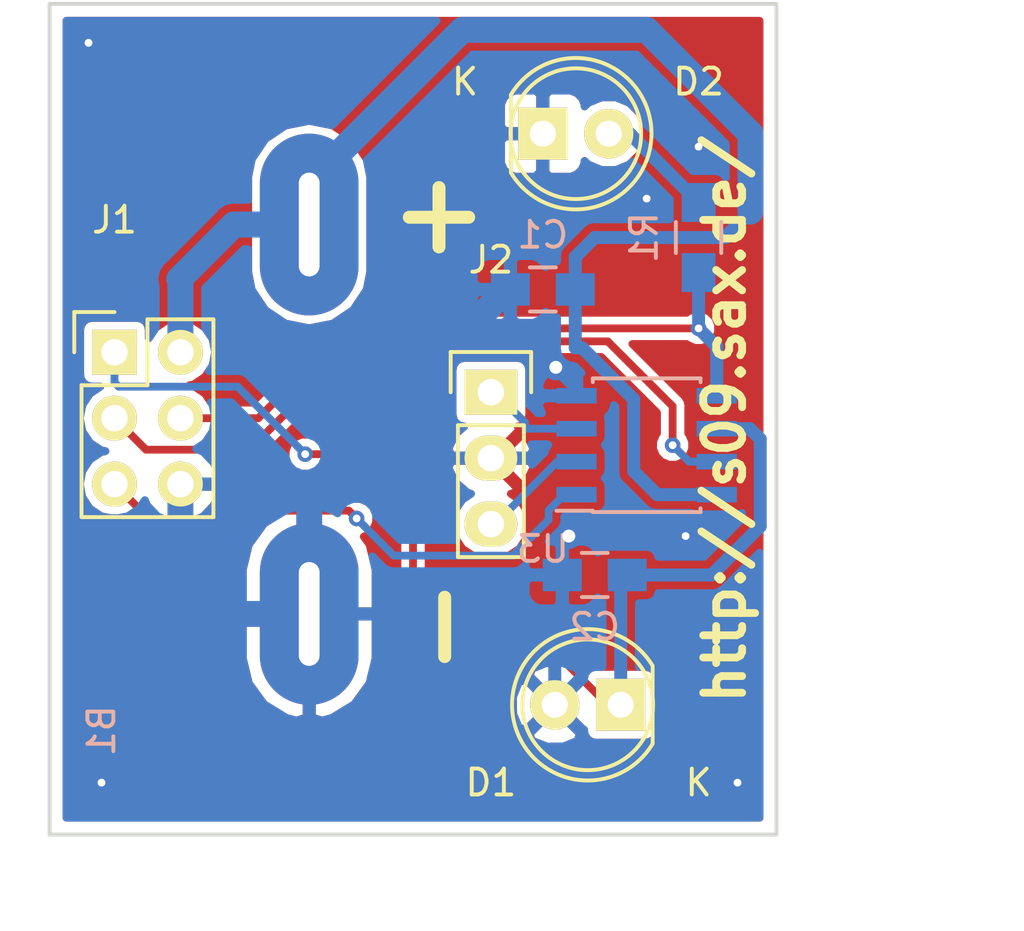
<source format=kicad_pcb>
(kicad_pcb (version 20171130) (host pcbnew 5.0.2)

  (general
    (thickness 1.6)
    (drawings 13)
    (tracks 117)
    (zones 0)
    (modules 9)
    (nets 10)
  )

  (page A4)
  (layers
    (0 F.Cu signal)
    (31 B.Cu signal)
    (32 B.Adhes user)
    (33 F.Adhes user)
    (34 B.Paste user)
    (35 F.Paste user)
    (36 B.SilkS user)
    (37 F.SilkS user)
    (38 B.Mask user)
    (39 F.Mask user)
    (40 Dwgs.User user)
    (41 Cmts.User user)
    (42 Eco1.User user)
    (43 Eco2.User user)
    (44 Edge.Cuts user)
    (45 Margin user)
    (46 B.CrtYd user)
    (47 F.CrtYd user)
    (48 B.Fab user)
    (49 F.Fab user)
  )

  (setup
    (last_trace_width 0.3)
    (user_trace_width 0.3)
    (user_trace_width 0.5)
    (user_trace_width 1)
    (trace_clearance 0.3)
    (zone_clearance 0.3)
    (zone_45_only no)
    (trace_min 0.3)
    (segment_width 0.2)
    (edge_width 0.15)
    (via_size 1)
    (via_drill 0.5)
    (via_min_size 0.6)
    (via_min_drill 0.3)
    (user_via 0.6 0.3)
    (user_via 1 0.5)
    (uvia_size 0.3)
    (uvia_drill 0.1)
    (uvias_allowed no)
    (uvia_min_size 0.2)
    (uvia_min_drill 0.1)
    (pcb_text_width 0.3)
    (pcb_text_size 1.5 1.5)
    (mod_edge_width 0.15)
    (mod_text_size 1 1)
    (mod_text_width 0.15)
    (pad_size 1.524 1.524)
    (pad_drill 0.762)
    (pad_to_mask_clearance 0.051)
    (solder_mask_min_width 0.25)
    (aux_axis_origin 0 0)
    (visible_elements FFFDEF7F)
    (pcbplotparams
      (layerselection 0x010fc_ffffffff)
      (usegerberextensions false)
      (usegerberattributes false)
      (usegerberadvancedattributes false)
      (creategerberjobfile false)
      (excludeedgelayer true)
      (linewidth 0.100000)
      (plotframeref false)
      (viasonmask false)
      (mode 1)
      (useauxorigin false)
      (hpglpennumber 1)
      (hpglpenspeed 20)
      (hpglpendiameter 15.000000)
      (psnegative false)
      (psa4output false)
      (plotreference true)
      (plotvalue true)
      (plotinvisibletext false)
      (padsonsilk false)
      (subtractmaskfromsilk false)
      (outputformat 1)
      (mirror false)
      (drillshape 0)
      (scaleselection 1)
      (outputdirectory "cam"))
  )

  (net 0 "")
  (net 1 GND)
  (net 2 "Net-(C2-Pad1)")
  (net 3 "Net-(D2-Pad2)")
  (net 4 /Vcc)
  (net 5 "Net-(J1-Pad3)")
  (net 6 "Net-(J1-Pad4)")
  (net 7 "Net-(J1-Pad5)")
  (net 8 "Net-(J2-Pad1)")
  (net 9 "Net-(J2-Pad3)")

  (net_class Default "This is the default net class."
    (clearance 0.3)
    (trace_width 0.5)
    (via_dia 1)
    (via_drill 0.5)
    (uvia_dia 0.3)
    (uvia_drill 0.1)
    (diff_pair_gap 0.3)
    (diff_pair_width 0.3)
    (add_net /Vcc)
    (add_net GND)
  )

  (net_class Small ""
    (clearance 0.2)
    (trace_width 0.3)
    (via_dia 0.6)
    (via_drill 0.3)
    (uvia_dia 0.3)
    (uvia_drill 0.1)
    (diff_pair_gap 0.3)
    (diff_pair_width 0.3)
    (add_net "Net-(C2-Pad1)")
    (add_net "Net-(D2-Pad2)")
    (add_net "Net-(J1-Pad3)")
    (add_net "Net-(J1-Pad4)")
    (add_net "Net-(J1-Pad5)")
    (add_net "Net-(J2-Pad1)")
    (add_net "Net-(J2-Pad3)")
  )

  (module Capacitors_SMD:C_0805_HandSoldering (layer B.Cu) (tedit 541A9B8D) (tstamp 5DBE1BD1)
    (at 142 98 180)
    (descr "Capacitor SMD 0805, hand soldering")
    (tags "capacitor 0805")
    (path /5DBCC0AA)
    (attr smd)
    (fp_text reference C1 (at 0 2.1 180) (layer B.SilkS)
      (effects (font (size 1 1) (thickness 0.15)) (justify mirror))
    )
    (fp_text value "100 nF" (at 0 -2.1 180) (layer B.Fab)
      (effects (font (size 1 1) (thickness 0.15)) (justify mirror))
    )
    (fp_line (start -2.3 1) (end 2.3 1) (layer B.CrtYd) (width 0.05))
    (fp_line (start -2.3 -1) (end 2.3 -1) (layer B.CrtYd) (width 0.05))
    (fp_line (start -2.3 1) (end -2.3 -1) (layer B.CrtYd) (width 0.05))
    (fp_line (start 2.3 1) (end 2.3 -1) (layer B.CrtYd) (width 0.05))
    (fp_line (start 0.5 0.85) (end -0.5 0.85) (layer B.SilkS) (width 0.15))
    (fp_line (start -0.5 -0.85) (end 0.5 -0.85) (layer B.SilkS) (width 0.15))
    (pad 1 smd rect (at -1.25 0 180) (size 1.5 1.25) (layers B.Cu B.Paste B.Mask)
      (net 4 /Vcc))
    (pad 2 smd rect (at 1.25 0 180) (size 1.5 1.25) (layers B.Cu B.Paste B.Mask)
      (net 1 GND))
    (model Capacitors_SMD.3dshapes/C_0805_HandSoldering.wrl
      (at (xyz 0 0 0))
      (scale (xyz 1 1 1))
      (rotate (xyz 0 0 0))
    )
  )

  (module Capacitors_SMD:C_0805_HandSoldering (layer B.Cu) (tedit 5DBE0D37) (tstamp 5DBE19B5)
    (at 144 109 180)
    (descr "Capacitor SMD 0805, hand soldering")
    (tags "capacitor 0805")
    (path /5DBCC1DF)
    (attr smd)
    (fp_text reference C2 (at 0 -2 180) (layer B.SilkS)
      (effects (font (size 1 1) (thickness 0.15)) (justify mirror))
    )
    (fp_text value "100 nF" (at 0 -2.1 180) (layer B.Fab)
      (effects (font (size 1 1) (thickness 0.15)) (justify mirror))
    )
    (fp_line (start -0.5 -0.85) (end 0.5 -0.85) (layer B.SilkS) (width 0.15))
    (fp_line (start 0.5 0.85) (end -0.5 0.85) (layer B.SilkS) (width 0.15))
    (fp_line (start 2.3 1) (end 2.3 -1) (layer B.CrtYd) (width 0.05))
    (fp_line (start -2.3 1) (end -2.3 -1) (layer B.CrtYd) (width 0.05))
    (fp_line (start -2.3 -1) (end 2.3 -1) (layer B.CrtYd) (width 0.05))
    (fp_line (start -2.3 1) (end 2.3 1) (layer B.CrtYd) (width 0.05))
    (pad 2 smd rect (at 1.25 0 180) (size 1.5 1.25) (layers B.Cu B.Paste B.Mask)
      (net 1 GND))
    (pad 1 smd rect (at -1.25 0 180) (size 1.5 1.25) (layers B.Cu B.Paste B.Mask)
      (net 2 "Net-(C2-Pad1)"))
    (model Capacitors_SMD.3dshapes/C_0805_HandSoldering.wrl
      (at (xyz 0 0 0))
      (scale (xyz 1 1 1))
      (rotate (xyz 0 0 0))
    )
  )

  (module LEDs:LED-5MM (layer F.Cu) (tedit 5570F7EA) (tstamp 5DBE1CC4)
    (at 145 114 180)
    (descr "LED 5mm round vertical")
    (tags "LED 5mm round vertical")
    (path /5DBCC2B5)
    (fp_text reference D1 (at 5 -3 180) (layer F.SilkS)
      (effects (font (size 1 1) (thickness 0.15)))
    )
    (fp_text value PD333-3C/H0/L2 (at 1.524 -3.937 180) (layer F.Fab)
      (effects (font (size 1 1) (thickness 0.15)))
    )
    (fp_line (start -1.5 -1.55) (end -1.5 1.55) (layer F.CrtYd) (width 0.05))
    (fp_arc (start 1.3 0) (end -1.5 1.55) (angle -302) (layer F.CrtYd) (width 0.05))
    (fp_arc (start 1.27 0) (end -1.23 -1.5) (angle 297.5) (layer F.SilkS) (width 0.15))
    (fp_line (start -1.23 1.5) (end -1.23 -1.5) (layer F.SilkS) (width 0.15))
    (fp_circle (center 1.27 0) (end 0.97 -2.5) (layer F.SilkS) (width 0.15))
    (fp_text user K (at -3 -3 180) (layer F.SilkS)
      (effects (font (size 1 1) (thickness 0.15)))
    )
    (pad 1 thru_hole rect (at 0 0 270) (size 2 1.9) (drill 1.00076) (layers *.Cu *.Mask F.SilkS)
      (net 2 "Net-(C2-Pad1)"))
    (pad 2 thru_hole circle (at 2.54 0 180) (size 1.9 1.9) (drill 1.00076) (layers *.Cu *.Mask F.SilkS)
      (net 1 GND))
    (model LEDs.3dshapes/LED-5MM.wrl
      (offset (xyz 1.269999980926514 0 0))
      (scale (xyz 1 1 1))
      (rotate (xyz 0 0 90))
    )
  )

  (module LEDs:LED-5MM (layer F.Cu) (tedit 5570F7EA) (tstamp 5DBE19CD)
    (at 142 92)
    (descr "LED 5mm round vertical")
    (tags "LED 5mm round vertical")
    (path /5DBCC355)
    (fp_text reference D2 (at 6 -2) (layer F.SilkS)
      (effects (font (size 1 1) (thickness 0.15)))
    )
    (fp_text value LED (at 1.524 -3.937) (layer F.Fab)
      (effects (font (size 1 1) (thickness 0.15)))
    )
    (fp_text user K (at -3 -2) (layer F.SilkS)
      (effects (font (size 1 1) (thickness 0.15)))
    )
    (fp_circle (center 1.27 0) (end 0.97 -2.5) (layer F.SilkS) (width 0.15))
    (fp_line (start -1.23 1.5) (end -1.23 -1.5) (layer F.SilkS) (width 0.15))
    (fp_arc (start 1.27 0) (end -1.23 -1.5) (angle 297.5) (layer F.SilkS) (width 0.15))
    (fp_arc (start 1.3 0) (end -1.5 1.55) (angle -302) (layer F.CrtYd) (width 0.05))
    (fp_line (start -1.5 -1.55) (end -1.5 1.55) (layer F.CrtYd) (width 0.05))
    (pad 2 thru_hole circle (at 2.54 0) (size 1.9 1.9) (drill 1.00076) (layers *.Cu *.Mask F.SilkS)
      (net 3 "Net-(D2-Pad2)"))
    (pad 1 thru_hole rect (at 0 0 90) (size 2 1.9) (drill 1.00076) (layers *.Cu *.Mask F.SilkS)
      (net 1 GND))
    (model LEDs.3dshapes/LED-5MM.wrl
      (offset (xyz 1.269999980926514 0 0))
      (scale (xyz 1 1 1))
      (rotate (xyz 0 0 90))
    )
  )

  (module Resistors_SMD:R_0805_HandSoldering (layer B.Cu) (tedit 54189DEE) (tstamp 5DBE1D01)
    (at 148 96 270)
    (descr "Resistor SMD 0805, hand soldering")
    (tags "resistor 0805")
    (path /5DBD8D80)
    (attr smd)
    (fp_text reference R1 (at 0 2.1 270) (layer B.SilkS)
      (effects (font (size 1 1) (thickness 0.15)) (justify mirror))
    )
    (fp_text value "100 Ω" (at 0 -2.1 270) (layer B.Fab)
      (effects (font (size 1 1) (thickness 0.15)) (justify mirror))
    )
    (fp_line (start -2.4 1) (end 2.4 1) (layer B.CrtYd) (width 0.05))
    (fp_line (start -2.4 -1) (end 2.4 -1) (layer B.CrtYd) (width 0.05))
    (fp_line (start -2.4 1) (end -2.4 -1) (layer B.CrtYd) (width 0.05))
    (fp_line (start 2.4 1) (end 2.4 -1) (layer B.CrtYd) (width 0.05))
    (fp_line (start 0.6 -0.875) (end -0.6 -0.875) (layer B.SilkS) (width 0.15))
    (fp_line (start -0.6 0.875) (end 0.6 0.875) (layer B.SilkS) (width 0.15))
    (pad 1 smd rect (at -1.35 0 270) (size 1.5 1.3) (layers B.Cu B.Paste B.Mask)
      (net 3 "Net-(D2-Pad2)"))
    (pad 2 smd rect (at 1.35 0 270) (size 1.5 1.3) (layers B.Cu B.Paste B.Mask)
      (net 6 "Net-(J1-Pad4)"))
    (model Resistors_SMD.3dshapes/R_0805_HandSoldering.wrl
      (at (xyz 0 0 0))
      (scale (xyz 1 1 1))
      (rotate (xyz 0 0 0))
    )
  )

  (module Package_SO:SOIC-8_3.9x4.9mm_P1.27mm (layer B.Cu) (tedit 5A02F2D3) (tstamp 5DC30163)
    (at 146 104)
    (descr "8-Lead Plastic Small Outline (SN) - Narrow, 3.90 mm Body [SOIC] (see Microchip Packaging Specification http://ww1.microchip.com/downloads/en/PackagingSpec/00000049BQ.pdf)")
    (tags "SOIC 1.27")
    (path /5DBCBFF2)
    (attr smd)
    (fp_text reference U3 (at -4 4) (layer B.SilkS)
      (effects (font (size 1 1) (thickness 0.15)) (justify mirror))
    )
    (fp_text value ATtiny13A-SSU (at 0 -3.5) (layer B.Fab)
      (effects (font (size 1 1) (thickness 0.15)) (justify mirror))
    )
    (fp_text user %R (at 0 0) (layer B.Fab)
      (effects (font (size 1 1) (thickness 0.15)) (justify mirror))
    )
    (fp_line (start -0.95 2.45) (end 1.95 2.45) (layer B.Fab) (width 0.1))
    (fp_line (start 1.95 2.45) (end 1.95 -2.45) (layer B.Fab) (width 0.1))
    (fp_line (start 1.95 -2.45) (end -1.95 -2.45) (layer B.Fab) (width 0.1))
    (fp_line (start -1.95 -2.45) (end -1.95 1.45) (layer B.Fab) (width 0.1))
    (fp_line (start -1.95 1.45) (end -0.95 2.45) (layer B.Fab) (width 0.1))
    (fp_line (start -3.73 2.7) (end -3.73 -2.7) (layer B.CrtYd) (width 0.05))
    (fp_line (start 3.73 2.7) (end 3.73 -2.7) (layer B.CrtYd) (width 0.05))
    (fp_line (start -3.73 2.7) (end 3.73 2.7) (layer B.CrtYd) (width 0.05))
    (fp_line (start -3.73 -2.7) (end 3.73 -2.7) (layer B.CrtYd) (width 0.05))
    (fp_line (start -2.075 2.575) (end -2.075 2.525) (layer B.SilkS) (width 0.15))
    (fp_line (start 2.075 2.575) (end 2.075 2.43) (layer B.SilkS) (width 0.15))
    (fp_line (start 2.075 -2.575) (end 2.075 -2.43) (layer B.SilkS) (width 0.15))
    (fp_line (start -2.075 -2.575) (end -2.075 -2.43) (layer B.SilkS) (width 0.15))
    (fp_line (start -2.075 2.575) (end 2.075 2.575) (layer B.SilkS) (width 0.15))
    (fp_line (start -2.075 -2.575) (end 2.075 -2.575) (layer B.SilkS) (width 0.15))
    (fp_line (start -2.075 2.525) (end -3.475 2.525) (layer B.SilkS) (width 0.15))
    (pad 1 smd rect (at -2.7 1.905) (size 1.55 0.6) (layers B.Cu B.Paste B.Mask)
      (net 7 "Net-(J1-Pad5)"))
    (pad 2 smd rect (at -2.7 0.635) (size 1.55 0.6) (layers B.Cu B.Paste B.Mask)
      (net 9 "Net-(J2-Pad3)"))
    (pad 3 smd rect (at -2.7 -0.635) (size 1.55 0.6) (layers B.Cu B.Paste B.Mask)
      (net 8 "Net-(J2-Pad1)"))
    (pad 4 smd rect (at -2.7 -1.905) (size 1.55 0.6) (layers B.Cu B.Paste B.Mask)
      (net 1 GND))
    (pad 5 smd rect (at 2.7 -1.905) (size 1.55 0.6) (layers B.Cu B.Paste B.Mask)
      (net 6 "Net-(J1-Pad4)"))
    (pad 6 smd rect (at 2.7 -0.635) (size 1.55 0.6) (layers B.Cu B.Paste B.Mask)
      (net 2 "Net-(C2-Pad1)"))
    (pad 7 smd rect (at 2.7 0.635) (size 1.55 0.6) (layers B.Cu B.Paste B.Mask)
      (net 5 "Net-(J1-Pad3)"))
    (pad 8 smd rect (at 2.7 1.905) (size 1.55 0.6) (layers B.Cu B.Paste B.Mask)
      (net 4 /Vcc))
    (model ${KISYS3DMOD}/Package_SO.3dshapes/SOIC-8_3.9x4.9mm_P1.27mm.wrl
      (at (xyz 0 0 0))
      (scale (xyz 1 1 1))
      (rotate (xyz 0 0 0))
    )
  )

  (module Battery:2xAA-standing (layer B.Cu) (tedit 5DBEA0AE) (tstamp 5DC09CDC)
    (at 133 103 90)
    (path /5DBEA2E0)
    (fp_text reference B1 (at -12 -8 90) (layer B.SilkS)
      (effects (font (size 1 1) (thickness 0.15)) (justify mirror))
    )
    (fp_text value 2xAA (at 0 -2 90) (layer B.Fab)
      (effects (font (size 1 1) (thickness 0.15)) (justify mirror))
    )
    (fp_line (start -16 5) (end 16 5) (layer B.CrtYd) (width 0.15))
    (fp_line (start 16 5) (end 16 -10) (layer B.CrtYd) (width 0.15))
    (fp_line (start 16 -10) (end -16 -10) (layer B.CrtYd) (width 0.15))
    (fp_line (start -16 -10) (end -16 5) (layer B.CrtYd) (width 0.15))
    (pad - thru_hole oval (at -7.5 0 90) (size 7 3.8) (drill oval 4 0.8) (layers *.Cu *.Mask)
      (net 1 GND))
    (pad + thru_hole oval (at 7.5 0 90) (size 7 3.8) (drill oval 4 0.8) (layers *.Cu *.Mask)
      (net 4 /Vcc))
  )

  (module Pin_Headers:Pin_Header_Straight_2x03 (layer F.Cu) (tedit 54EA0A4B) (tstamp 5DC2FECD)
    (at 125.5 100.42)
    (descr "Through hole pin header")
    (tags "pin header")
    (path /5DBF5223)
    (fp_text reference J1 (at 0 -5.1) (layer F.SilkS)
      (effects (font (size 1 1) (thickness 0.15)))
    )
    (fp_text value AVR-ISP-6 (at 0 -3.1) (layer F.Fab)
      (effects (font (size 1 1) (thickness 0.15)))
    )
    (fp_line (start -1.27 1.27) (end -1.27 6.35) (layer F.SilkS) (width 0.15))
    (fp_line (start -1.55 -1.55) (end 0 -1.55) (layer F.SilkS) (width 0.15))
    (fp_line (start -1.75 -1.75) (end -1.75 6.85) (layer F.CrtYd) (width 0.05))
    (fp_line (start 4.3 -1.75) (end 4.3 6.85) (layer F.CrtYd) (width 0.05))
    (fp_line (start -1.75 -1.75) (end 4.3 -1.75) (layer F.CrtYd) (width 0.05))
    (fp_line (start -1.75 6.85) (end 4.3 6.85) (layer F.CrtYd) (width 0.05))
    (fp_line (start 1.27 -1.27) (end 1.27 1.27) (layer F.SilkS) (width 0.15))
    (fp_line (start 1.27 1.27) (end -1.27 1.27) (layer F.SilkS) (width 0.15))
    (fp_line (start -1.27 6.35) (end 3.81 6.35) (layer F.SilkS) (width 0.15))
    (fp_line (start 3.81 6.35) (end 3.81 1.27) (layer F.SilkS) (width 0.15))
    (fp_line (start -1.55 -1.55) (end -1.55 0) (layer F.SilkS) (width 0.15))
    (fp_line (start 3.81 -1.27) (end 1.27 -1.27) (layer F.SilkS) (width 0.15))
    (fp_line (start 3.81 1.27) (end 3.81 -1.27) (layer F.SilkS) (width 0.15))
    (pad 1 thru_hole rect (at 0 0) (size 1.7272 1.7272) (drill 1.016) (layers *.Cu *.Mask F.SilkS)
      (net 2 "Net-(C2-Pad1)"))
    (pad 2 thru_hole oval (at 2.54 0) (size 1.7272 1.7272) (drill 1.016) (layers *.Cu *.Mask F.SilkS)
      (net 4 /Vcc))
    (pad 3 thru_hole oval (at 0 2.54) (size 1.7272 1.7272) (drill 1.016) (layers *.Cu *.Mask F.SilkS)
      (net 5 "Net-(J1-Pad3)"))
    (pad 4 thru_hole oval (at 2.54 2.54) (size 1.7272 1.7272) (drill 1.016) (layers *.Cu *.Mask F.SilkS)
      (net 6 "Net-(J1-Pad4)"))
    (pad 5 thru_hole oval (at 0 5.08) (size 1.7272 1.7272) (drill 1.016) (layers *.Cu *.Mask F.SilkS)
      (net 7 "Net-(J1-Pad5)"))
    (pad 6 thru_hole oval (at 2.54 5.08) (size 1.7272 1.7272) (drill 1.016) (layers *.Cu *.Mask F.SilkS)
      (net 1 GND))
    (model Pin_Headers.3dshapes/Pin_Header_Straight_2x03.wrl
      (offset (xyz 1.269999980926514 -2.539999961853027 0))
      (scale (xyz 1 1 1))
      (rotate (xyz 0 0 90))
    )
  )

  (module Pin_Headers:Pin_Header_Straight_1x03 (layer F.Cu) (tedit 0) (tstamp 5DC2FEDF)
    (at 140 101.96)
    (descr "Through hole pin header")
    (tags "pin header")
    (path /5DBF52E2)
    (fp_text reference J2 (at 0 -5.1) (layer F.SilkS)
      (effects (font (size 1 1) (thickness 0.15)))
    )
    (fp_text value "Pin 1x3" (at 0 -3.1) (layer F.Fab)
      (effects (font (size 1 1) (thickness 0.15)))
    )
    (fp_line (start -1.75 -1.75) (end -1.75 6.85) (layer F.CrtYd) (width 0.05))
    (fp_line (start 1.75 -1.75) (end 1.75 6.85) (layer F.CrtYd) (width 0.05))
    (fp_line (start -1.75 -1.75) (end 1.75 -1.75) (layer F.CrtYd) (width 0.05))
    (fp_line (start -1.75 6.85) (end 1.75 6.85) (layer F.CrtYd) (width 0.05))
    (fp_line (start -1.27 1.27) (end -1.27 6.35) (layer F.SilkS) (width 0.15))
    (fp_line (start -1.27 6.35) (end 1.27 6.35) (layer F.SilkS) (width 0.15))
    (fp_line (start 1.27 6.35) (end 1.27 1.27) (layer F.SilkS) (width 0.15))
    (fp_line (start 1.55 -1.55) (end 1.55 0) (layer F.SilkS) (width 0.15))
    (fp_line (start 1.27 1.27) (end -1.27 1.27) (layer F.SilkS) (width 0.15))
    (fp_line (start -1.55 0) (end -1.55 -1.55) (layer F.SilkS) (width 0.15))
    (fp_line (start -1.55 -1.55) (end 1.55 -1.55) (layer F.SilkS) (width 0.15))
    (pad 1 thru_hole rect (at 0 0) (size 2.032 1.7272) (drill 1.016) (layers *.Cu *.Mask F.SilkS)
      (net 8 "Net-(J2-Pad1)"))
    (pad 2 thru_hole oval (at 0 2.54) (size 2.032 1.7272) (drill 1.016) (layers *.Cu *.Mask F.SilkS)
      (net 1 GND))
    (pad 3 thru_hole oval (at 0 5.08) (size 2.032 1.7272) (drill 1.016) (layers *.Cu *.Mask F.SilkS)
      (net 9 "Net-(J2-Pad3)"))
    (model Pin_Headers.3dshapes/Pin_Header_Straight_1x03.wrl
      (offset (xyz 0 -2.539999961853027 0))
      (scale (xyz 1 1 1))
      (rotate (xyz 0 0 90))
    )
  )

  (gr_text http://s09.sax.de/ (at 149 103 90) (layer F.SilkS)
    (effects (font (size 1.5 1.5) (thickness 0.3)))
  )
  (gr_text - (at 138 111 90) (layer F.SilkS)
    (effects (font (size 3 3) (thickness 0.5)))
  )
  (gr_text + (at 138 95) (layer F.SilkS)
    (effects (font (size 3 3) (thickness 0.5)))
  )
  (gr_line (start 123 87) (end 123 119) (layer Edge.Cuts) (width 0.15))
  (gr_line (start 151 87) (end 123 87) (layer Edge.Cuts) (width 0.15))
  (gr_line (start 151 119) (end 151 87) (layer Edge.Cuts) (width 0.15))
  (gr_line (start 123 119) (end 151 119) (layer Edge.Cuts) (width 0.15))
  (dimension 28 (width 0.3) (layer Dwgs.User)
    (gr_text "28.000 mm" (at 137 124.1) (layer Dwgs.User)
      (effects (font (size 1.5 1.5) (thickness 0.3)))
    )
    (feature1 (pts (xy 151 119) (xy 151 122.586421)))
    (feature2 (pts (xy 123 119) (xy 123 122.586421)))
    (crossbar (pts (xy 123 122) (xy 151 122)))
    (arrow1a (pts (xy 151 122) (xy 149.873496 122.586421)))
    (arrow1b (pts (xy 151 122) (xy 149.873496 121.413579)))
    (arrow2a (pts (xy 123 122) (xy 124.126504 122.586421)))
    (arrow2b (pts (xy 123 122) (xy 124.126504 121.413579)))
  )
  (dimension 32 (width 0.3) (layer Dwgs.User)
    (gr_text "32.000 mm" (at 158.6 103 270) (layer Dwgs.User)
      (effects (font (size 1.5 1.5) (thickness 0.3)))
    )
    (feature1 (pts (xy 151 119) (xy 157.086421 119)))
    (feature2 (pts (xy 151 87) (xy 157.086421 87)))
    (crossbar (pts (xy 156.5 87) (xy 156.5 119)))
    (arrow1a (pts (xy 156.5 119) (xy 155.913579 117.873496)))
    (arrow1b (pts (xy 156.5 119) (xy 157.086421 117.873496)))
    (arrow2a (pts (xy 156.5 87) (xy 155.913579 88.126504)))
    (arrow2b (pts (xy 156.5 87) (xy 157.086421 88.126504)))
  )
  (gr_line (start 123 119) (end 123 87) (layer Margin) (width 0.2))
  (gr_line (start 151 119) (end 123 119) (layer Margin) (width 0.2))
  (gr_line (start 151 87) (end 151 119) (layer Margin) (width 0.2))
  (gr_line (start 123 87) (end 151 87) (layer Margin) (width 0.2))

  (segment (start 142 92) (end 142 93.5) (width 0.5) (layer B.Cu) (net 1))
  (segment (start 142 93.5) (end 140.75 94.75) (width 0.5) (layer B.Cu) (net 1))
  (segment (start 142.46 111.29) (end 142.75 111) (width 0.5) (layer B.Cu) (net 1))
  (segment (start 142.75 111) (end 142.75 109) (width 0.5) (layer B.Cu) (net 1))
  (segment (start 142.46 111.29) (end 142.46 114) (width 0.5) (layer B.Cu) (net 1))
  (segment (start 140.75 94.75) (end 140.75 98) (width 0.5) (layer B.Cu) (net 1))
  (segment (start 145.35 92) (end 148 94.65) (width 0.5) (layer B.Cu) (net 3))
  (segment (start 144.54 92) (end 145.35 92) (width 0.5) (layer B.Cu) (net 3))
  (segment (start 144 96) (end 143.25 96.75) (width 0.5) (layer B.Cu) (net 4))
  (segment (start 149.040002 96) (end 144 96) (width 0.5) (layer B.Cu) (net 4))
  (segment (start 143.25 96.75) (end 143.25 98) (width 0.5) (layer B.Cu) (net 4))
  (segment (start 133 110.5) (end 133 112) (width 1) (layer B.Cu) (net 1))
  (segment (start 130.1 110.5) (end 133 110.5) (width 1) (layer B.Cu) (net 1))
  (segment (start 128.04 108.44) (end 130.1 110.5) (width 1) (layer B.Cu) (net 1))
  (segment (start 128.04 105.5) (end 128.04 108.44) (width 1) (layer B.Cu) (net 1))
  (via (at 142.5 101) (size 1) (drill 0.5) (layers F.Cu B.Cu) (net 1))
  (segment (start 143.3 101.8) (end 142.5 101) (width 0.5) (layer B.Cu) (net 1))
  (segment (start 143.3 102.095) (end 143.3 101.8) (width 0.5) (layer B.Cu) (net 1))
  (segment (start 142.5 101) (end 142 101.5) (width 0.5) (layer F.Cu) (net 1))
  (segment (start 140.1524 104.5) (end 140 104.5) (width 0.5) (layer F.Cu) (net 1))
  (segment (start 142 102.6524) (end 140.1524 104.5) (width 0.5) (layer F.Cu) (net 1))
  (segment (start 142 101.5) (end 142 102.6524) (width 0.5) (layer F.Cu) (net 1))
  (segment (start 140.75 99.25) (end 142.5 101) (width 0.5) (layer B.Cu) (net 1))
  (segment (start 140.75 98) (end 140.75 99.25) (width 0.5) (layer B.Cu) (net 1))
  (segment (start 139 99.843518) (end 139 99.625) (width 1) (layer B.Cu) (net 1))
  (segment (start 140.625 98) (end 140.75 98) (width 1) (layer B.Cu) (net 1))
  (segment (start 133 110.5) (end 133 105.843518) (width 1) (layer B.Cu) (net 1))
  (segment (start 133 105.843518) (end 139 99.843518) (width 1) (layer B.Cu) (net 1))
  (segment (start 139 99.625) (end 140.625 98) (width 1) (layer B.Cu) (net 1))
  (via (at 143 107.5) (size 1) (drill 0.5) (layers F.Cu B.Cu) (net 1))
  (segment (start 142.75 109) (end 142.75 107.75) (width 0.5) (layer B.Cu) (net 1))
  (segment (start 142.75 107.75) (end 143 107.5) (width 0.5) (layer B.Cu) (net 1))
  (segment (start 143 107.5) (end 140 104.5) (width 0.5) (layer F.Cu) (net 1))
  (via (at 147.5 107.5) (size 0.6) (drill 0.3) (layers F.Cu B.Cu) (net 1))
  (via (at 149.5 117) (size 0.6) (drill 0.3) (layers F.Cu B.Cu) (net 1))
  (via (at 125 117) (size 0.6) (drill 0.3) (layers F.Cu B.Cu) (net 1))
  (via (at 124.5 88.5) (size 0.6) (drill 0.3) (layers F.Cu B.Cu) (net 1))
  (via (at 148 92.5) (size 0.6) (drill 0.3) (layers F.Cu B.Cu) (net 1))
  (via (at 146 94.5) (size 0.6) (drill 0.3) (layers F.Cu B.Cu) (net 1))
  (segment (start 145 112) (end 145 114) (width 0.5) (layer B.Cu) (net 2))
  (segment (start 145 109.25) (end 145 112) (width 0.5) (layer B.Cu) (net 2))
  (segment (start 145.25 109) (end 145 109.25) (width 0.5) (layer B.Cu) (net 2))
  (segment (start 150.37499 103.76499) (end 149.975 103.365) (width 0.5) (layer B.Cu) (net 2))
  (segment (start 148.5 109) (end 150.37499 107.12501) (width 0.5) (layer B.Cu) (net 2))
  (segment (start 149.975 103.365) (end 148.7 103.365) (width 0.5) (layer B.Cu) (net 2))
  (segment (start 150.37499 107.12501) (end 150.37499 103.76499) (width 0.5) (layer B.Cu) (net 2))
  (segment (start 145.25 109) (end 148.5 109) (width 0.5) (layer B.Cu) (net 2))
  (via (at 132.845192 104.345202) (size 0.6) (drill 0.3) (layers F.Cu B.Cu) (net 2))
  (segment (start 125.5 101.5836) (end 125.662799 101.746399) (width 0.3) (layer B.Cu) (net 2))
  (segment (start 125.5 100.42) (end 125.5 101.5836) (width 0.3) (layer B.Cu) (net 2))
  (segment (start 125.662799 101.746399) (end 130.246389 101.746399) (width 0.3) (layer B.Cu) (net 2))
  (segment (start 130.246389 101.746399) (end 132.545193 104.045203) (width 0.3) (layer B.Cu) (net 2))
  (segment (start 132.545193 104.045203) (end 132.845192 104.345202) (width 0.3) (layer B.Cu) (net 2))
  (segment (start 137 106) (end 135.345202 104.345202) (width 0.3) (layer F.Cu) (net 2))
  (segment (start 138 110) (end 137 109) (width 0.3) (layer F.Cu) (net 2))
  (segment (start 140.5 110) (end 138 110) (width 0.3) (layer F.Cu) (net 2))
  (segment (start 137 109) (end 137 106) (width 0.3) (layer F.Cu) (net 2))
  (segment (start 135.345202 104.345202) (end 132.845192 104.345202) (width 0.3) (layer F.Cu) (net 2))
  (segment (start 144.5 114) (end 140.5 110) (width 0.3) (layer F.Cu) (net 2))
  (segment (start 145 114) (end 144.5 114) (width 0.3) (layer F.Cu) (net 2))
  (segment (start 148 99.5) (end 148 97.35) (width 0.5) (layer B.Cu) (net 6))
  (segment (start 133 93.9) (end 138.9 88) (width 1) (layer B.Cu) (net 4))
  (segment (start 133 95.5) (end 133 93.9) (width 1) (layer B.Cu) (net 4))
  (segment (start 138.9 88) (end 146 88) (width 1) (layer B.Cu) (net 4))
  (segment (start 146 88) (end 150 92) (width 1) (layer B.Cu) (net 4))
  (segment (start 150 92) (end 150 95) (width 1) (layer B.Cu) (net 4))
  (segment (start 149.040002 95.959998) (end 150 95) (width 0.5) (layer B.Cu) (net 4))
  (segment (start 143.25 98) (end 143.25 100.25) (width 0.5) (layer B.Cu) (net 4))
  (segment (start 130.1 95.5) (end 128 97.6) (width 1) (layer B.Cu) (net 4))
  (segment (start 133 95.5) (end 130.1 95.5) (width 1) (layer B.Cu) (net 4))
  (segment (start 128.04 97.64) (end 128.04 100.42) (width 1) (layer B.Cu) (net 4))
  (segment (start 128 97.6) (end 128.04 97.64) (width 1) (layer B.Cu) (net 4))
  (segment (start 148.7 105.905) (end 146.405 105.905) (width 0.5) (layer B.Cu) (net 4))
  (segment (start 146.405 105.905) (end 145.5 105) (width 0.5) (layer B.Cu) (net 4))
  (segment (start 145.5 102.229998) (end 143.520002 100.25) (width 0.5) (layer B.Cu) (net 4))
  (segment (start 143.520002 100.25) (end 143.25 100.25) (width 0.5) (layer B.Cu) (net 4))
  (segment (start 145.5 105) (end 145.5 102.229998) (width 0.5) (layer B.Cu) (net 4))
  (via (at 147 104) (size 0.6) (drill 0.3) (layers F.Cu B.Cu) (net 5))
  (segment (start 147.635 104.635) (end 148.7 104.635) (width 0.3) (layer B.Cu) (net 5))
  (segment (start 147 104) (end 147.635 104.635) (width 0.3) (layer B.Cu) (net 5))
  (segment (start 130.697539 104.173601) (end 126.713601 104.173601) (width 0.3) (layer F.Cu) (net 5))
  (segment (start 133.37114 101.5) (end 130.697539 104.173601) (width 0.3) (layer F.Cu) (net 5))
  (segment (start 126.713601 104.173601) (end 125.5 102.96) (width 0.3) (layer F.Cu) (net 5))
  (segment (start 137.5 100) (end 136 101.5) (width 0.3) (layer F.Cu) (net 5))
  (segment (start 147 104) (end 147 102.5) (width 0.3) (layer F.Cu) (net 5))
  (segment (start 144.5 100) (end 137.5 100) (width 0.3) (layer F.Cu) (net 5))
  (segment (start 147 102.5) (end 144.5 100) (width 0.3) (layer F.Cu) (net 5))
  (segment (start 136 101.5) (end 133.37114 101.5) (width 0.3) (layer F.Cu) (net 5))
  (segment (start 148.7 100.2) (end 148 99.5) (width 0.5) (layer B.Cu) (net 6))
  (segment (start 148.7 102.095) (end 148.7 100.2) (width 0.5) (layer B.Cu) (net 6))
  (via (at 148 99.5) (size 0.6) (drill 0.3) (layers F.Cu B.Cu) (net 6))
  (segment (start 135.5 101) (end 137 99.5) (width 0.3) (layer F.Cu) (net 6))
  (segment (start 133 101) (end 135.5 101) (width 0.3) (layer F.Cu) (net 6))
  (segment (start 131.04 102.96) (end 133 101) (width 0.3) (layer F.Cu) (net 6))
  (segment (start 137 99.5) (end 148 99.5) (width 0.3) (layer F.Cu) (net 6))
  (segment (start 128.04 102.96) (end 131.04 102.96) (width 0.3) (layer F.Cu) (net 6))
  (segment (start 134.527506 106.522506) (end 134.827505 106.822505) (width 0.3) (layer F.Cu) (net 7))
  (segment (start 130.477494 106.522506) (end 134.527506 106.522506) (width 0.3) (layer F.Cu) (net 7))
  (segment (start 143.3 105.905) (end 142.825 105.905) (width 0.3) (layer B.Cu) (net 7))
  (via (at 134.827505 106.822505) (size 0.6) (drill 0.3) (layers F.Cu B.Cu) (net 7))
  (segment (start 136.25861 108.25361) (end 135.127504 107.122504) (width 0.3) (layer B.Cu) (net 7))
  (segment (start 129.5 107.5) (end 130.477494 106.522506) (width 0.3) (layer F.Cu) (net 7))
  (segment (start 135.127504 107.122504) (end 134.827505 106.822505) (width 0.3) (layer B.Cu) (net 7))
  (segment (start 140.840386 108.25361) (end 136.25861 108.25361) (width 0.3) (layer B.Cu) (net 7))
  (segment (start 125.5 105.5) (end 127.5 107.5) (width 0.3) (layer F.Cu) (net 7))
  (segment (start 142.225 106.505) (end 142.225 106.868996) (width 0.3) (layer B.Cu) (net 7))
  (segment (start 127.5 107.5) (end 129.5 107.5) (width 0.3) (layer F.Cu) (net 7))
  (segment (start 142.825 105.905) (end 142.225 106.505) (width 0.3) (layer B.Cu) (net 7))
  (segment (start 142.225 106.868996) (end 140.840386 108.25361) (width 0.3) (layer B.Cu) (net 7))
  (segment (start 140.1524 101.96) (end 140 101.96) (width 0.3) (layer B.Cu) (net 8))
  (segment (start 141.316 103.1236) (end 140.1524 101.96) (width 0.3) (layer B.Cu) (net 8))
  (segment (start 141.316 103.276) (end 141.316 103.1236) (width 0.3) (layer B.Cu) (net 8))
  (segment (start 141.405 103.365) (end 141.316 103.276) (width 0.3) (layer B.Cu) (net 8))
  (segment (start 143.3 103.365) (end 141.405 103.365) (width 0.3) (layer B.Cu) (net 8))
  (segment (start 140.1524 107.04) (end 140 107.04) (width 0.3) (layer B.Cu) (net 9))
  (segment (start 142.5574 104.635) (end 140.1524 107.04) (width 0.3) (layer B.Cu) (net 9))
  (segment (start 143.3 104.635) (end 142.5574 104.635) (width 0.3) (layer B.Cu) (net 9))

  (zone (net 1) (net_name GND) (layer F.Cu) (tstamp 0) (hatch edge 0.508)
    (priority 1)
    (connect_pads (clearance 0.3))
    (min_thickness 0.3)
    (fill yes (arc_segments 16) (thermal_gap 0.508) (thermal_bridge_width 0.508))
    (polygon
      (pts
        (xy 123.5 87.5) (xy 150.5 87.5) (xy 150.5 118.5) (xy 123.5 118.5)
      )
    )
    (filled_polygon
      (pts
        (xy 150.35 118.35) (xy 123.65 118.35) (xy 123.65 115.113928) (xy 141.49315 115.113928) (xy 141.582403 115.384844)
        (xy 142.179163 115.61527) (xy 142.818679 115.599787) (xy 143.337597 115.384844) (xy 143.42685 115.113928) (xy 142.46 114.147078)
        (xy 141.49315 115.113928) (xy 123.65 115.113928) (xy 123.65 110.604) (xy 130.442 110.604) (xy 130.442 112.204)
        (xy 130.676515 113.174988) (xy 131.26476 113.982319) (xy 132.11718 114.503084) (xy 132.497452 114.608149) (xy 132.896 114.491239)
        (xy 132.896 110.604) (xy 133.104 110.604) (xy 133.104 114.491239) (xy 133.502548 114.608149) (xy 133.88282 114.503084)
        (xy 134.73524 113.982319) (xy 134.926983 113.719163) (xy 140.84473 113.719163) (xy 140.860213 114.358679) (xy 141.075156 114.877597)
        (xy 141.346072 114.96685) (xy 142.312922 114) (xy 141.346072 113.03315) (xy 141.075156 113.122403) (xy 140.84473 113.719163)
        (xy 134.926983 113.719163) (xy 135.323485 113.174988) (xy 135.558 112.204) (xy 135.558 110.604) (xy 133.104 110.604)
        (xy 132.896 110.604) (xy 130.442 110.604) (xy 123.65 110.604) (xy 123.65 102.96) (xy 124.160666 102.96)
        (xy 124.262617 103.472541) (xy 124.552948 103.907052) (xy 124.987459 104.197383) (xy 125.151435 104.23) (xy 124.987459 104.262617)
        (xy 124.552948 104.552948) (xy 124.262617 104.987459) (xy 124.160666 105.5) (xy 124.262617 106.012541) (xy 124.552948 106.447052)
        (xy 124.987459 106.737383) (xy 125.370627 106.8136) (xy 125.629373 106.8136) (xy 125.909376 106.757904) (xy 127.033953 107.882481)
        (xy 127.067425 107.932575) (xy 127.265892 108.065187) (xy 127.440909 108.1) (xy 127.440913 108.1) (xy 127.499999 108.111753)
        (xy 127.559086 108.1) (xy 129.440914 108.1) (xy 129.5 108.111753) (xy 129.559086 108.1) (xy 129.559091 108.1)
        (xy 129.734108 108.065187) (xy 129.932575 107.932575) (xy 129.966049 107.882479) (xy 130.726022 107.122506) (xy 131.188381 107.122506)
        (xy 130.676515 107.825012) (xy 130.442 108.796) (xy 130.442 110.396) (xy 132.896 110.396) (xy 132.896 110.376)
        (xy 133.104 110.376) (xy 133.104 110.396) (xy 135.558 110.396) (xy 135.558 108.796) (xy 135.323485 107.825012)
        (xy 135.101755 107.520701) (xy 135.252346 107.458324) (xy 135.463324 107.247346) (xy 135.577505 106.971689) (xy 135.577505 106.673321)
        (xy 135.463324 106.397664) (xy 135.252346 106.186686) (xy 134.976689 106.072505) (xy 134.934001 106.072505) (xy 134.761614 105.957319)
        (xy 134.586597 105.922506) (xy 134.586592 105.922506) (xy 134.527506 105.910753) (xy 134.46842 105.922506) (xy 130.53658 105.922506)
        (xy 130.477493 105.910753) (xy 130.418407 105.922506) (xy 130.418403 105.922506) (xy 130.243386 105.957319) (xy 130.044919 106.089931)
        (xy 130.011447 106.140025) (xy 129.251473 106.9) (xy 128.565345 106.9) (xy 128.921853 106.74001) (xy 129.329257 106.308149)
        (xy 129.523083 105.840194) (xy 129.393109 105.604) (xy 128.144 105.604) (xy 128.144 105.624) (xy 127.936 105.624)
        (xy 127.936 105.604) (xy 127.916 105.604) (xy 127.916 105.396) (xy 127.936 105.396) (xy 127.936 105.376)
        (xy 128.144 105.376) (xy 128.144 105.396) (xy 129.393109 105.396) (xy 129.523083 105.159806) (xy 129.363118 104.773601)
        (xy 130.638453 104.773601) (xy 130.697539 104.785354) (xy 130.756625 104.773601) (xy 130.75663 104.773601) (xy 130.931647 104.738788)
        (xy 131.130114 104.606176) (xy 131.163588 104.556079) (xy 131.523649 104.196018) (xy 132.095192 104.196018) (xy 132.095192 104.494386)
        (xy 132.209373 104.770043) (xy 132.420351 104.981021) (xy 132.696008 105.095202) (xy 132.994376 105.095202) (xy 133.270033 104.981021)
        (xy 133.305852 104.945202) (xy 135.096675 104.945202) (xy 136.400001 106.248529) (xy 136.4 108.940914) (xy 136.388247 109)
        (xy 136.4 109.059086) (xy 136.4 109.05909) (xy 136.434813 109.234107) (xy 136.567425 109.432575) (xy 136.617521 109.466048)
        (xy 137.533955 110.382484) (xy 137.567425 110.432575) (xy 137.617516 110.466045) (xy 137.617519 110.466048) (xy 137.765892 110.565187)
        (xy 137.940909 110.6) (xy 137.940912 110.6) (xy 138 110.611753) (xy 138.059088 110.6) (xy 140.251473 110.6)
        (xy 142.066223 112.414751) (xy 141.582403 112.615156) (xy 141.49315 112.886072) (xy 142.46 113.852922) (xy 142.474143 113.83878)
        (xy 142.621221 113.985858) (xy 142.607078 114) (xy 143.573928 114.96685) (xy 143.591184 114.961165) (xy 143.591184 115)
        (xy 143.626109 115.175581) (xy 143.725568 115.324432) (xy 143.874419 115.423891) (xy 144.05 115.458816) (xy 145.95 115.458816)
        (xy 146.125581 115.423891) (xy 146.274432 115.324432) (xy 146.373891 115.175581) (xy 146.408816 115) (xy 146.408816 113)
        (xy 146.373891 112.824419) (xy 146.274432 112.675568) (xy 146.125581 112.576109) (xy 145.95 112.541184) (xy 144.05 112.541184)
        (xy 143.916305 112.567777) (xy 140.966049 109.617522) (xy 140.932575 109.567425) (xy 140.734108 109.434813) (xy 140.559091 109.4)
        (xy 140.559086 109.4) (xy 140.5 109.388247) (xy 140.440914 109.4) (xy 138.248529 109.4) (xy 137.6 108.751473)
        (xy 137.6 106.059088) (xy 137.611753 106) (xy 137.6 105.940912) (xy 137.6 105.940909) (xy 137.565187 105.765892)
        (xy 137.565187 105.765891) (xy 137.466047 105.617519) (xy 137.432575 105.567425) (xy 137.382481 105.533953) (xy 136.688722 104.840194)
        (xy 138.364517 104.840194) (xy 138.377736 104.902658) (xy 138.643713 105.4345) (xy 139.092971 105.824073) (xy 139.233074 105.870761)
        (xy 138.900548 106.092948) (xy 138.610217 106.527459) (xy 138.508266 107.04) (xy 138.610217 107.552541) (xy 138.900548 107.987052)
        (xy 139.335059 108.277383) (xy 139.718227 108.3536) (xy 140.281773 108.3536) (xy 140.664941 108.277383) (xy 141.099452 107.987052)
        (xy 141.389783 107.552541) (xy 141.491734 107.04) (xy 141.389783 106.527459) (xy 141.099452 106.092948) (xy 140.766926 105.870761)
        (xy 140.907029 105.824073) (xy 141.356287 105.4345) (xy 141.622264 104.902658) (xy 141.635483 104.840194) (xy 141.505509 104.604)
        (xy 140.104 104.604) (xy 140.104 104.624) (xy 139.896 104.624) (xy 139.896 104.604) (xy 138.494491 104.604)
        (xy 138.364517 104.840194) (xy 136.688722 104.840194) (xy 136.008334 104.159806) (xy 138.364517 104.159806) (xy 138.494491 104.396)
        (xy 139.896 104.396) (xy 139.896 104.376) (xy 140.104 104.376) (xy 140.104 104.396) (xy 141.505509 104.396)
        (xy 141.635483 104.159806) (xy 141.622264 104.097342) (xy 141.356287 103.5655) (xy 141.027252 103.280178) (xy 141.191581 103.247491)
        (xy 141.340432 103.148032) (xy 141.439891 102.999181) (xy 141.474816 102.8236) (xy 141.474816 101.0964) (xy 141.439891 100.920819)
        (xy 141.340432 100.771968) (xy 141.191581 100.672509) (xy 141.016 100.637584) (xy 138.984 100.637584) (xy 138.808419 100.672509)
        (xy 138.659568 100.771968) (xy 138.560109 100.920819) (xy 138.525184 101.0964) (xy 138.525184 102.8236) (xy 138.560109 102.999181)
        (xy 138.659568 103.148032) (xy 138.808419 103.247491) (xy 138.972748 103.280178) (xy 138.643713 103.5655) (xy 138.377736 104.097342)
        (xy 138.364517 104.159806) (xy 136.008334 104.159806) (xy 135.811251 103.962724) (xy 135.777777 103.912627) (xy 135.57931 103.780015)
        (xy 135.404293 103.745202) (xy 135.404288 103.745202) (xy 135.345202 103.733449) (xy 135.286116 103.745202) (xy 133.305852 103.745202)
        (xy 133.270033 103.709383) (xy 132.994376 103.595202) (xy 132.696008 103.595202) (xy 132.420351 103.709383) (xy 132.209373 103.920361)
        (xy 132.095192 104.196018) (xy 131.523649 104.196018) (xy 133.619668 102.1) (xy 135.940914 102.1) (xy 136 102.111753)
        (xy 136.059086 102.1) (xy 136.059091 102.1) (xy 136.234108 102.065187) (xy 136.432575 101.932575) (xy 136.466049 101.882478)
        (xy 137.748528 100.6) (xy 144.251473 100.6) (xy 146.400001 102.748529) (xy 146.4 103.53934) (xy 146.364181 103.575159)
        (xy 146.25 103.850816) (xy 146.25 104.149184) (xy 146.364181 104.424841) (xy 146.575159 104.635819) (xy 146.850816 104.75)
        (xy 147.149184 104.75) (xy 147.424841 104.635819) (xy 147.635819 104.424841) (xy 147.75 104.149184) (xy 147.75 103.850816)
        (xy 147.635819 103.575159) (xy 147.6 103.53934) (xy 147.6 102.559086) (xy 147.611753 102.5) (xy 147.6 102.440913)
        (xy 147.6 102.440909) (xy 147.565187 102.265892) (xy 147.432575 102.067425) (xy 147.382481 102.033953) (xy 145.448527 100.1)
        (xy 147.53934 100.1) (xy 147.575159 100.135819) (xy 147.850816 100.25) (xy 148.149184 100.25) (xy 148.424841 100.135819)
        (xy 148.635819 99.924841) (xy 148.75 99.649184) (xy 148.75 99.350816) (xy 148.635819 99.075159) (xy 148.424841 98.864181)
        (xy 148.149184 98.75) (xy 147.850816 98.75) (xy 147.575159 98.864181) (xy 147.53934 98.9) (xy 137.059085 98.9)
        (xy 136.999999 98.888247) (xy 136.940913 98.9) (xy 136.940909 98.9) (xy 136.765892 98.934813) (xy 136.567425 99.067425)
        (xy 136.533953 99.117519) (xy 135.251473 100.4) (xy 133.059088 100.4) (xy 133 100.388247) (xy 132.940912 100.4)
        (xy 132.940909 100.4) (xy 132.777143 100.432575) (xy 132.765892 100.434813) (xy 132.617519 100.533952) (xy 132.617516 100.533955)
        (xy 132.567425 100.567425) (xy 132.533955 100.617516) (xy 130.791473 102.36) (xy 129.218945 102.36) (xy 128.987052 102.012948)
        (xy 128.552541 101.722617) (xy 128.388565 101.69) (xy 128.552541 101.657383) (xy 128.987052 101.367052) (xy 129.277383 100.932541)
        (xy 129.379334 100.42) (xy 129.277383 99.907459) (xy 128.987052 99.472948) (xy 128.552541 99.182617) (xy 128.169373 99.1064)
        (xy 127.910627 99.1064) (xy 127.527459 99.182617) (xy 127.092948 99.472948) (xy 126.822416 99.877828) (xy 126.822416 99.5564)
        (xy 126.787491 99.380819) (xy 126.688032 99.231968) (xy 126.539181 99.132509) (xy 126.3636 99.097584) (xy 124.6364 99.097584)
        (xy 124.460819 99.132509) (xy 124.311968 99.231968) (xy 124.212509 99.380819) (xy 124.177584 99.5564) (xy 124.177584 101.2836)
        (xy 124.212509 101.459181) (xy 124.311968 101.608032) (xy 124.460819 101.707491) (xy 124.6364 101.742416) (xy 124.957828 101.742416)
        (xy 124.552948 102.012948) (xy 124.262617 102.447459) (xy 124.160666 102.96) (xy 123.65 102.96) (xy 123.65 93.668548)
        (xy 130.65 93.668548) (xy 130.65 97.331453) (xy 130.78635 98.016924) (xy 131.305746 98.794255) (xy 132.083077 99.313651)
        (xy 133 99.496039) (xy 133.916924 99.313651) (xy 134.694255 98.794255) (xy 135.213651 98.016924) (xy 135.35 97.331453)
        (xy 135.35 93.668547) (xy 135.213651 92.983076) (xy 134.736187 92.2685) (xy 140.392 92.2685) (xy 140.392 93.130884)
        (xy 140.492174 93.372727) (xy 140.677273 93.557825) (xy 140.919115 93.658) (xy 141.7315 93.658) (xy 141.896 93.4935)
        (xy 141.896 92.104) (xy 140.5565 92.104) (xy 140.392 92.2685) (xy 134.736187 92.2685) (xy 134.694255 92.205745)
        (xy 133.916923 91.686349) (xy 133 91.503961) (xy 132.083076 91.686349) (xy 131.305745 92.205745) (xy 130.786349 92.983077)
        (xy 130.65 93.668548) (xy 123.65 93.668548) (xy 123.65 90.869116) (xy 140.392 90.869116) (xy 140.392 91.7315)
        (xy 140.5565 91.896) (xy 141.896 91.896) (xy 141.896 90.5065) (xy 142.104 90.5065) (xy 142.104 91.896)
        (xy 142.124 91.896) (xy 142.124 92.104) (xy 142.104 92.104) (xy 142.104 93.4935) (xy 142.2685 93.658)
        (xy 143.080885 93.658) (xy 143.322727 93.557825) (xy 143.507826 93.372727) (xy 143.608 93.130884) (xy 143.608 93.0479)
        (xy 143.746963 93.186863) (xy 144.261523 93.4) (xy 144.818477 93.4) (xy 145.333037 93.186863) (xy 145.726863 92.793037)
        (xy 145.94 92.278477) (xy 145.94 91.721523) (xy 145.726863 91.206963) (xy 145.333037 90.813137) (xy 144.818477 90.6)
        (xy 144.261523 90.6) (xy 143.746963 90.813137) (xy 143.608 90.9521) (xy 143.608 90.869116) (xy 143.507826 90.627273)
        (xy 143.322727 90.442175) (xy 143.080885 90.342) (xy 142.2685 90.342) (xy 142.104 90.5065) (xy 141.896 90.5065)
        (xy 141.7315 90.342) (xy 140.919115 90.342) (xy 140.677273 90.442175) (xy 140.492174 90.627273) (xy 140.392 90.869116)
        (xy 123.65 90.869116) (xy 123.65 87.65) (xy 150.35 87.65)
      )
    )
  )
  (zone (net 1) (net_name GND) (layer B.Cu) (tstamp 0) (hatch edge 0.508)
    (priority 1)
    (connect_pads (clearance 0.3))
    (min_thickness 0.3)
    (fill yes (arc_segments 16) (thermal_gap 0.508) (thermal_bridge_width 0.508))
    (polygon
      (pts
        (xy 123.5 87.5) (xy 150.5 87.5) (xy 150.5 118.5) (xy 123.5 118.5)
      )
    )
    (filled_polygon
      (pts
        (xy 133.877909 91.678589) (xy 133 91.503961) (xy 132.083076 91.686349) (xy 131.305745 92.205745) (xy 130.786349 92.983077)
        (xy 130.65 93.668548) (xy 130.65 94.55) (xy 130.193558 94.55) (xy 130.099999 94.53139) (xy 130.00644 94.55)
        (xy 130.006436 94.55) (xy 129.729329 94.60512) (xy 129.729328 94.605121) (xy 129.729327 94.605121) (xy 129.494407 94.76209)
        (xy 129.415089 94.815089) (xy 129.362091 94.894406) (xy 127.394409 96.862089) (xy 127.315089 96.915089) (xy 127.26209 96.994408)
        (xy 127.262089 96.994409) (xy 127.105121 97.229329) (xy 127.03139 97.6) (xy 127.09 97.894653) (xy 127.090001 99.477359)
        (xy 126.822416 99.877828) (xy 126.822416 99.5564) (xy 126.787491 99.380819) (xy 126.688032 99.231968) (xy 126.539181 99.132509)
        (xy 126.3636 99.097584) (xy 124.6364 99.097584) (xy 124.460819 99.132509) (xy 124.311968 99.231968) (xy 124.212509 99.380819)
        (xy 124.177584 99.5564) (xy 124.177584 101.2836) (xy 124.212509 101.459181) (xy 124.311968 101.608032) (xy 124.460819 101.707491)
        (xy 124.6364 101.742416) (xy 124.919837 101.742416) (xy 124.924294 101.764822) (xy 124.552948 102.012948) (xy 124.262617 102.447459)
        (xy 124.160666 102.96) (xy 124.262617 103.472541) (xy 124.552948 103.907052) (xy 124.987459 104.197383) (xy 125.151435 104.23)
        (xy 124.987459 104.262617) (xy 124.552948 104.552948) (xy 124.262617 104.987459) (xy 124.160666 105.5) (xy 124.262617 106.012541)
        (xy 124.552948 106.447052) (xy 124.987459 106.737383) (xy 125.370627 106.8136) (xy 125.629373 106.8136) (xy 126.012541 106.737383)
        (xy 126.447052 106.447052) (xy 126.670045 106.113319) (xy 126.750743 106.308149) (xy 127.158147 106.74001) (xy 127.699805 106.98309)
        (xy 127.936 106.853549) (xy 127.936 105.604) (xy 128.144 105.604) (xy 128.144 106.853549) (xy 128.380195 106.98309)
        (xy 128.921853 106.74001) (xy 129.329257 106.308149) (xy 129.523083 105.840194) (xy 129.393109 105.604) (xy 128.144 105.604)
        (xy 127.936 105.604) (xy 127.916 105.604) (xy 127.916 105.396) (xy 127.936 105.396) (xy 127.936 105.376)
        (xy 128.144 105.376) (xy 128.144 105.396) (xy 129.393109 105.396) (xy 129.523083 105.159806) (xy 129.329257 104.691851)
        (xy 128.921853 104.25999) (xy 128.644872 104.135689) (xy 128.987052 103.907052) (xy 129.277383 103.472541) (xy 129.379334 102.96)
        (xy 129.277383 102.447459) (xy 129.209857 102.346399) (xy 129.997862 102.346399) (xy 132.095192 104.44373) (xy 132.095192 104.494386)
        (xy 132.209373 104.770043) (xy 132.420351 104.981021) (xy 132.696008 105.095202) (xy 132.994376 105.095202) (xy 133.270033 104.981021)
        (xy 133.481011 104.770043) (xy 133.595192 104.494386) (xy 133.595192 104.196018) (xy 133.481011 103.920361) (xy 133.270033 103.709383)
        (xy 132.994376 103.595202) (xy 132.94372 103.595202) (xy 130.712438 101.363921) (xy 130.678964 101.313824) (xy 130.480497 101.181212)
        (xy 130.30548 101.146399) (xy 130.305475 101.146399) (xy 130.246389 101.134646) (xy 130.187303 101.146399) (xy 129.134488 101.146399)
        (xy 129.277383 100.932541) (xy 129.379334 100.42) (xy 129.277383 99.907459) (xy 128.99 99.47736) (xy 128.99 97.953502)
        (xy 130.493503 96.45) (xy 130.65 96.45) (xy 130.65 97.331453) (xy 130.78635 98.016924) (xy 131.305746 98.794255)
        (xy 132.083077 99.313651) (xy 133 99.496039) (xy 133.916924 99.313651) (xy 134.694255 98.794255) (xy 135.045553 98.2685)
        (xy 139.342 98.2685) (xy 139.342 98.755885) (xy 139.442175 98.997727) (xy 139.627273 99.182826) (xy 139.869116 99.283)
        (xy 140.4815 99.283) (xy 140.646 99.1185) (xy 140.646 98.104) (xy 139.5065 98.104) (xy 139.342 98.2685)
        (xy 135.045553 98.2685) (xy 135.213651 98.016924) (xy 135.35 97.331453) (xy 135.35 97.244115) (xy 139.342 97.244115)
        (xy 139.342 97.7315) (xy 139.5065 97.896) (xy 140.646 97.896) (xy 140.646 96.8815) (xy 140.4815 96.717)
        (xy 139.869116 96.717) (xy 139.627273 96.817174) (xy 139.442175 97.002273) (xy 139.342 97.244115) (xy 135.35 97.244115)
        (xy 135.35 93.668547) (xy 135.221412 93.022091) (xy 135.975003 92.2685) (xy 140.392 92.2685) (xy 140.392 93.130884)
        (xy 140.492174 93.372727) (xy 140.677273 93.557825) (xy 140.919115 93.658) (xy 141.7315 93.658) (xy 141.896 93.4935)
        (xy 141.896 92.104) (xy 140.5565 92.104) (xy 140.392 92.2685) (xy 135.975003 92.2685) (xy 137.374387 90.869116)
        (xy 140.392 90.869116) (xy 140.392 91.7315) (xy 140.5565 91.896) (xy 141.896 91.896) (xy 141.896 90.5065)
        (xy 141.7315 90.342) (xy 140.919115 90.342) (xy 140.677273 90.442175) (xy 140.492174 90.627273) (xy 140.392 90.869116)
        (xy 137.374387 90.869116) (xy 139.293503 88.95) (xy 145.606498 88.95) (xy 149.05 92.393503) (xy 149.050001 93.688664)
        (xy 148.974432 93.575568) (xy 148.825581 93.476109) (xy 148.65 93.441184) (xy 147.781133 93.441184) (xy 145.893724 91.553776)
        (xy 145.854671 91.495329) (xy 145.843107 91.487602) (xy 145.726863 91.206963) (xy 145.333037 90.813137) (xy 144.818477 90.6)
        (xy 144.261523 90.6) (xy 143.746963 90.813137) (xy 143.608 90.9521) (xy 143.608 90.869116) (xy 143.507826 90.627273)
        (xy 143.322727 90.442175) (xy 143.080885 90.342) (xy 142.2685 90.342) (xy 142.104 90.5065) (xy 142.104 91.896)
        (xy 142.124 91.896) (xy 142.124 92.104) (xy 142.104 92.104) (xy 142.104 93.4935) (xy 142.2685 93.658)
        (xy 143.080885 93.658) (xy 143.322727 93.557825) (xy 143.507826 93.372727) (xy 143.608 93.130884) (xy 143.608 93.0479)
        (xy 143.746963 93.186863) (xy 144.261523 93.4) (xy 144.818477 93.4) (xy 145.333037 93.186863) (xy 145.439976 93.079924)
        (xy 146.891184 94.531133) (xy 146.891184 95.3) (xy 144.068934 95.3) (xy 143.999999 95.286288) (xy 143.931064 95.3)
        (xy 143.93106 95.3) (xy 143.726874 95.340615) (xy 143.495329 95.495329) (xy 143.456277 95.553774) (xy 142.803774 96.206278)
        (xy 142.745329 96.24533) (xy 142.590615 96.476875) (xy 142.55 96.681061) (xy 142.55 96.681065) (xy 142.536288 96.75)
        (xy 142.55 96.818936) (xy 142.55 96.916184) (xy 142.5 96.916184) (xy 142.324419 96.951109) (xy 142.175568 97.050568)
        (xy 142.115233 97.140866) (xy 142.057825 97.002273) (xy 141.872727 96.817174) (xy 141.630884 96.717) (xy 141.0185 96.717)
        (xy 140.854 96.8815) (xy 140.854 97.896) (xy 140.874 97.896) (xy 140.874 98.104) (xy 140.854 98.104)
        (xy 140.854 99.1185) (xy 141.0185 99.283) (xy 141.630884 99.283) (xy 141.872727 99.182826) (xy 142.057825 98.997727)
        (xy 142.115233 98.859134) (xy 142.175568 98.949432) (xy 142.324419 99.048891) (xy 142.5 99.083816) (xy 142.55 99.083816)
        (xy 142.550001 100.181055) (xy 142.536287 100.25) (xy 142.590615 100.523126) (xy 142.745329 100.754671) (xy 142.976874 100.909385)
        (xy 143.18106 100.95) (xy 143.242219 100.962165) (xy 143.492777 101.212723) (xy 143.404 101.3015) (xy 143.404 101.991)
        (xy 143.424 101.991) (xy 143.424 102.199) (xy 143.404 102.199) (xy 143.404 102.219) (xy 143.196 102.219)
        (xy 143.196 102.199) (xy 142.0315 102.199) (xy 141.867 102.3635) (xy 141.867 102.525885) (xy 141.966045 102.765)
        (xy 141.798004 102.765) (xy 141.782047 102.741119) (xy 141.782046 102.741118) (xy 141.748575 102.691025) (xy 141.698481 102.657553)
        (xy 141.474816 102.433888) (xy 141.474816 101.664115) (xy 141.867 101.664115) (xy 141.867 101.8265) (xy 142.0315 101.991)
        (xy 143.196 101.991) (xy 143.196 101.3015) (xy 143.0315 101.137) (xy 142.394116 101.137) (xy 142.152273 101.237174)
        (xy 141.967175 101.422273) (xy 141.867 101.664115) (xy 141.474816 101.664115) (xy 141.474816 101.0964) (xy 141.439891 100.920819)
        (xy 141.340432 100.771968) (xy 141.191581 100.672509) (xy 141.016 100.637584) (xy 138.984 100.637584) (xy 138.808419 100.672509)
        (xy 138.659568 100.771968) (xy 138.560109 100.920819) (xy 138.525184 101.0964) (xy 138.525184 102.8236) (xy 138.560109 102.999181)
        (xy 138.659568 103.148032) (xy 138.808419 103.247491) (xy 138.972748 103.280178) (xy 138.643713 103.5655) (xy 138.377736 104.097342)
        (xy 138.364517 104.159806) (xy 138.494491 104.396) (xy 139.896 104.396) (xy 139.896 104.376) (xy 140.104 104.376)
        (xy 140.104 104.396) (xy 141.505509 104.396) (xy 141.635483 104.159806) (xy 141.622264 104.097342) (xy 141.556079 103.965)
        (xy 142.184243 103.965) (xy 142.200568 103.989432) (xy 142.216384 104) (xy 142.200568 104.010568) (xy 142.101109 104.159419)
        (xy 142.080415 104.263457) (xy 141.588698 104.755174) (xy 141.505509 104.604) (xy 140.104 104.604) (xy 140.104 104.624)
        (xy 139.896 104.624) (xy 139.896 104.604) (xy 138.494491 104.604) (xy 138.364517 104.840194) (xy 138.377736 104.902658)
        (xy 138.643713 105.4345) (xy 139.092971 105.824073) (xy 139.233074 105.870761) (xy 138.900548 106.092948) (xy 138.610217 106.527459)
        (xy 138.508266 107.04) (xy 138.610217 107.552541) (xy 138.677749 107.65361) (xy 136.507138 107.65361) (xy 135.577505 106.723978)
        (xy 135.577505 106.673321) (xy 135.463324 106.397664) (xy 135.252346 106.186686) (xy 134.976689 106.072505) (xy 134.678321 106.072505)
        (xy 134.402664 106.186686) (xy 134.191686 106.397664) (xy 134.096501 106.627459) (xy 133.88282 106.496916) (xy 133.502548 106.391851)
        (xy 133.104 106.508761) (xy 133.104 110.396) (xy 135.558 110.396) (xy 135.558 109.2685) (xy 141.342 109.2685)
        (xy 141.342 109.755885) (xy 141.442175 109.997727) (xy 141.627273 110.182826) (xy 141.869116 110.283) (xy 142.4815 110.283)
        (xy 142.646 110.1185) (xy 142.646 109.104) (xy 141.5065 109.104) (xy 141.342 109.2685) (xy 135.558 109.2685)
        (xy 135.558 108.796) (xy 135.432388 108.275916) (xy 135.792563 108.636091) (xy 135.826035 108.686185) (xy 136.024502 108.818797)
        (xy 136.199519 108.85361) (xy 136.199523 108.85361) (xy 136.258609 108.865363) (xy 136.317695 108.85361) (xy 140.7813 108.85361)
        (xy 140.840386 108.865363) (xy 140.899472 108.85361) (xy 140.899477 108.85361) (xy 141.074494 108.818797) (xy 141.272961 108.686185)
        (xy 141.306435 108.636088) (xy 141.342 108.600523) (xy 141.342 108.7315) (xy 141.5065 108.896) (xy 142.646 108.896)
        (xy 142.646 107.8815) (xy 142.4815 107.717) (xy 142.225524 107.717) (xy 142.607481 107.335043) (xy 142.657575 107.301571)
        (xy 142.790187 107.103104) (xy 142.825 106.928086) (xy 142.825 106.928083) (xy 142.836753 106.868996) (xy 142.825 106.80991)
        (xy 142.825 106.753527) (xy 142.914711 106.663816) (xy 144.075 106.663816) (xy 144.250581 106.628891) (xy 144.399432 106.529432)
        (xy 144.498891 106.380581) (xy 144.533816 106.205) (xy 144.533816 105.605) (xy 144.498891 105.429419) (xy 144.399432 105.280568)
        (xy 144.383616 105.27) (xy 144.399432 105.259432) (xy 144.498891 105.110581) (xy 144.533816 104.935) (xy 144.533816 104.335)
        (xy 144.498891 104.159419) (xy 144.399432 104.010568) (xy 144.383616 104) (xy 144.399432 103.989432) (xy 144.498891 103.840581)
        (xy 144.533816 103.665) (xy 144.533816 103.065) (xy 144.500922 102.899631) (xy 144.632825 102.767727) (xy 144.733 102.525885)
        (xy 144.733 102.452947) (xy 144.800001 102.519948) (xy 144.8 104.931065) (xy 144.786288 105) (xy 144.8 105.068935)
        (xy 144.8 105.068939) (xy 144.840615 105.273125) (xy 144.995329 105.50467) (xy 145.053774 105.543722) (xy 145.861277 106.351226)
        (xy 145.900329 106.409671) (xy 146.131874 106.564385) (xy 146.33606 106.605) (xy 146.336064 106.605) (xy 146.404999 106.618712)
        (xy 146.473934 106.605) (xy 147.713664 106.605) (xy 147.749419 106.628891) (xy 147.925 106.663816) (xy 149.475 106.663816)
        (xy 149.650581 106.628891) (xy 149.67499 106.612581) (xy 149.67499 106.83506) (xy 148.210052 108.3) (xy 146.443898 108.3)
        (xy 146.423891 108.199419) (xy 146.324432 108.050568) (xy 146.175581 107.951109) (xy 146 107.916184) (xy 144.5 107.916184)
        (xy 144.324419 107.951109) (xy 144.175568 108.050568) (xy 144.115233 108.140866) (xy 144.057825 108.002273) (xy 143.872727 107.817174)
        (xy 143.630884 107.717) (xy 143.0185 107.717) (xy 142.854 107.8815) (xy 142.854 108.896) (xy 142.874 108.896)
        (xy 142.874 109.104) (xy 142.854 109.104) (xy 142.854 110.1185) (xy 143.0185 110.283) (xy 143.630884 110.283)
        (xy 143.872727 110.182826) (xy 144.057825 109.997727) (xy 144.115233 109.859134) (xy 144.175568 109.949432) (xy 144.3 110.032575)
        (xy 144.300001 111.931056) (xy 144.3 111.931061) (xy 144.3 112.541184) (xy 144.05 112.541184) (xy 143.874419 112.576109)
        (xy 143.725568 112.675568) (xy 143.626109 112.824419) (xy 143.591184 113) (xy 143.591184 113.038835) (xy 143.573928 113.03315)
        (xy 142.607078 114) (xy 143.573928 114.96685) (xy 143.591184 114.961165) (xy 143.591184 115) (xy 143.626109 115.175581)
        (xy 143.725568 115.324432) (xy 143.874419 115.423891) (xy 144.05 115.458816) (xy 145.95 115.458816) (xy 146.125581 115.423891)
        (xy 146.274432 115.324432) (xy 146.373891 115.175581) (xy 146.408816 115) (xy 146.408816 113) (xy 146.373891 112.824419)
        (xy 146.274432 112.675568) (xy 146.125581 112.576109) (xy 145.95 112.541184) (xy 145.7 112.541184) (xy 145.7 110.083816)
        (xy 146 110.083816) (xy 146.175581 110.048891) (xy 146.324432 109.949432) (xy 146.423891 109.800581) (xy 146.443898 109.7)
        (xy 148.431065 109.7) (xy 148.5 109.713712) (xy 148.568935 109.7) (xy 148.56894 109.7) (xy 148.773126 109.659385)
        (xy 149.004671 109.504671) (xy 149.043724 109.446224) (xy 150.35 108.139949) (xy 150.35 118.35) (xy 123.65 118.35)
        (xy 123.65 115.113928) (xy 141.49315 115.113928) (xy 141.582403 115.384844) (xy 142.179163 115.61527) (xy 142.818679 115.599787)
        (xy 143.337597 115.384844) (xy 143.42685 115.113928) (xy 142.46 114.147078) (xy 141.49315 115.113928) (xy 123.65 115.113928)
        (xy 123.65 110.604) (xy 130.442 110.604) (xy 130.442 112.204) (xy 130.676515 113.174988) (xy 131.26476 113.982319)
        (xy 132.11718 114.503084) (xy 132.497452 114.608149) (xy 132.896 114.491239) (xy 132.896 110.604) (xy 133.104 110.604)
        (xy 133.104 114.491239) (xy 133.502548 114.608149) (xy 133.88282 114.503084) (xy 134.73524 113.982319) (xy 134.926983 113.719163)
        (xy 140.84473 113.719163) (xy 140.860213 114.358679) (xy 141.075156 114.877597) (xy 141.346072 114.96685) (xy 142.312922 114)
        (xy 141.346072 113.03315) (xy 141.075156 113.122403) (xy 140.84473 113.719163) (xy 134.926983 113.719163) (xy 135.323485 113.174988)
        (xy 135.393264 112.886072) (xy 141.49315 112.886072) (xy 142.46 113.852922) (xy 143.42685 112.886072) (xy 143.337597 112.615156)
        (xy 142.740837 112.38473) (xy 142.101321 112.400213) (xy 141.582403 112.615156) (xy 141.49315 112.886072) (xy 135.393264 112.886072)
        (xy 135.558 112.204) (xy 135.558 110.604) (xy 133.104 110.604) (xy 132.896 110.604) (xy 130.442 110.604)
        (xy 123.65 110.604) (xy 123.65 108.796) (xy 130.442 108.796) (xy 130.442 110.396) (xy 132.896 110.396)
        (xy 132.896 106.508761) (xy 132.497452 106.391851) (xy 132.11718 106.496916) (xy 131.26476 107.017681) (xy 130.676515 107.825012)
        (xy 130.442 108.796) (xy 123.65 108.796) (xy 123.65 87.65) (xy 137.906497 87.65)
      )
    )
  )
)

</source>
